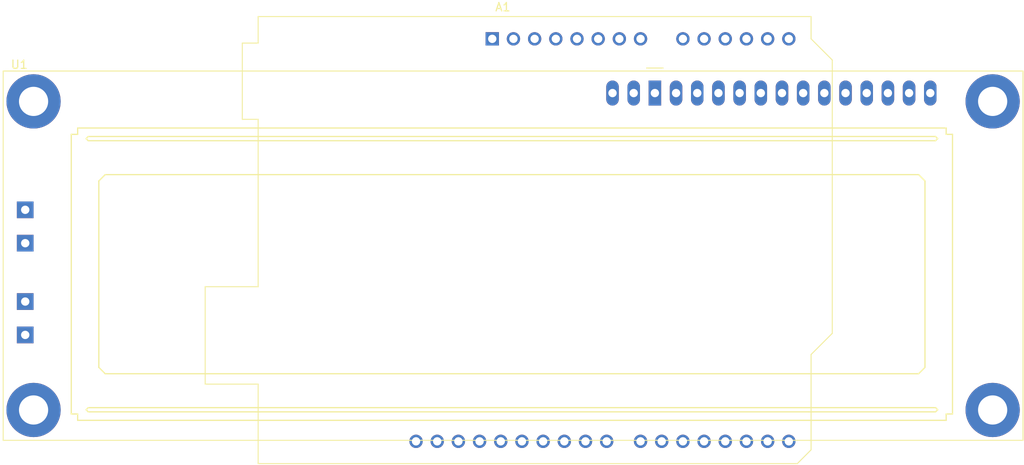
<source format=kicad_pcb>
(kicad_pcb (version 20211014) (generator pcbnew)
  (layers (0 "F.Cu" signal) (31 "B.Cu" signal) (34 "B.Paste" user) (35 "F.Paste" user) (36 "B.SilkS" user "B.Silkscreen") (37 "F.SilkS" user "F.Silkscreen") (38 "B.Mask" user) (39 "F.Mask" user) (44 "Edge.Cuts" user))
  (net 0 "")
  (footprint "Module:Arduino_UNO_R3" (layer "F.Cu") (at 134 50)
    (fp_text reference "A1" (at 1.27 -3.81 180) (layer "F.SilkS"))
    (fp_text value "Arduino_UNO_R3")
    (fp_line (start 38.23 -2.67) (end -28.07 -2.67) (layer "F.SilkS") (width 0.12))
    (fp_line (start -28.07 0.51) (end -29.97 0.51) (layer "F.SilkS") (width 0.12))
    (fp_line (start -34.42 41.4) (end -28.07 41.4) (layer "F.SilkS") (width 0.12))
    (fp_line (start -28.07 29.72) (end -34.42 29.72) (layer "F.SilkS") (width 0.12))
    (fp_line (start 38.23 37.85) (end 40.77 35.31) (layer "F.SilkS") (width 0.12))
    (fp_line (start -29.97 9.65) (end -28.07 9.65) (layer "F.SilkS") (width 0.12))
    (fp_line (start -28.07 50.93) (end 36.58 50.93) (layer "F.SilkS") (width 0.12))
    (fp_line (start 38.23 0) (end 38.23 -2.67) (layer "F.SilkS") (width 0.12))
    (fp_line (start -29.97 0.51) (end -29.97 9.65) (layer "F.SilkS") (width 0.12))
    (fp_line (start 38.23 49.28) (end 38.23 37.85) (layer "F.SilkS") (width 0.12))
    (fp_line (start 40.77 35.31) (end 40.77 2.54) (layer "F.SilkS") (width 0.12))
    (fp_line (start -28.07 -2.67) (end -28.07 0.51) (layer "F.SilkS") (width 0.12))
    (fp_line (start 36.58 50.93) (end 38.23 49.28) (layer "F.SilkS") (width 0.12))
    (fp_line (start 40.77 2.54) (end 38.23 0) (layer "F.SilkS") (width 0.12))
    (fp_line (start -28.07 9.65) (end -28.07 29.72) (layer "F.SilkS") (width 0.12))
    (fp_line (start -28.07 41.4) (end -28.07 50.93) (layer "F.SilkS") (width 0.12))
    (fp_line (start -34.42 29.72) (end -34.42 41.4) (layer "F.SilkS") (width 0.12))
    (pad "1" thru_hole rect (at 0 0 90) (size 1.6 1.6) (drill 1) (layers *.Cu *.Mask))
    (pad "2" thru_hole oval (at 2.54 0 90) (size 1.6 1.6) (drill 1) (layers *.Cu *.Mask))
    (pad "3" thru_hole oval (at 5.08 0 90) (size 1.6 1.6) (drill 1) (layers *.Cu *.Mask))
    (pad "4" thru_hole oval (at 7.62 0 90) (size 1.6 1.6) (drill 1) (layers *.Cu *.Mask))
    (pad "5" thru_hole oval (at 10.16 0 90) (size 1.6 1.6) (drill 1) (layers *.Cu *.Mask))
    (pad "6" thru_hole oval (at 12.7 0 90) (size 1.6 1.6) (drill 1) (layers *.Cu *.Mask))
    (pad "7" thru_hole oval (at 15.24 0 90) (size 1.6 1.6) (drill 1) (layers *.Cu *.Mask))
    (pad "8" thru_hole oval (at 17.78 0 90) (size 1.6 1.6) (drill 1) (layers *.Cu *.Mask))
    (pad "9" thru_hole oval (at 22.86 0 90) (size 1.6 1.6) (drill 1) (layers *.Cu *.Mask))
    (pad "10" thru_hole oval (at 25.4 0 90) (size 1.6 1.6) (drill 1) (layers *.Cu *.Mask))
    (pad "11" thru_hole oval (at 27.94 0 90) (size 1.6 1.6) (drill 1) (layers *.Cu *.Mask))
    (pad "12" thru_hole oval (at 30.48 0 90) (size 1.6 1.6) (drill 1) (layers *.Cu *.Mask))
    (pad "13" thru_hole oval (at 33.02 0 90) (size 1.6 1.6) (drill 1) (layers *.Cu *.Mask))
    (pad "14" thru_hole oval (at 35.56 0 90) (size 1.6 1.6) (drill 1) (layers *.Cu *.Mask))
    (pad "15" thru_hole oval (at 35.56 48.26 90) (size 1.6 1.6) (drill 1) (layers *.Cu *.Mask))
    (pad "16" thru_hole oval (at 33.02 48.26 90) (size 1.6 1.6) (drill 1) (layers *.Cu *.Mask))
    (pad "17" thru_hole oval (at 30.48 48.26 90) (size 1.6 1.6) (drill 1) (layers *.Cu *.Mask))
    (pad "18" thru_hole oval (at 27.94 48.26 90) (size 1.6 1.6) (drill 1) (layers *.Cu *.Mask))
    (pad "19" thru_hole oval (at 25.4 48.26 90) (size 1.6 1.6) (drill 1) (layers *.Cu *.Mask))
    (pad "20" thru_hole oval (at 22.86 48.26 90) (size 1.6 1.6) (drill 1) (layers *.Cu *.Mask))
    (pad "21" thru_hole oval (at 20.32 48.26 90) (size 1.6 1.6) (drill 1) (layers *.Cu *.Mask))
    (pad "22" thru_hole oval (at 17.78 48.26 90) (size 1.6 1.6) (drill 1) (layers *.Cu *.Mask))
    (pad "23" thru_hole oval (at 13.72 48.26 90) (size 1.6 1.6) (drill 1) (layers *.Cu *.Mask))
    (pad "24" thru_hole oval (at 11.18 48.26 90) (size 1.6 1.6) (drill 1) (layers *.Cu *.Mask))
    (pad "25" thru_hole oval (at 8.64 48.26 90) (size 1.6 1.6) (drill 1) (layers *.Cu *.Mask))
    (pad "26" thru_hole oval (at 6.1 48.26 90) (size 1.6 1.6) (drill 1) (layers *.Cu *.Mask))
    (pad "27" thru_hole oval (at 3.56 48.26 90) (size 1.6 1.6) (drill 1) (layers *.Cu *.Mask))
    (pad "28" thru_hole oval (at 1.02 48.26 90) (size 1.6 1.6) (drill 1) (layers *.Cu *.Mask))
    (pad "29" thru_hole oval (at -1.52 48.26 90) (size 1.6 1.6) (drill 1) (layers *.Cu *.Mask))
    (pad "30" thru_hole oval (at -4.06 48.26 90) (size 1.6 1.6) (drill 1) (layers *.Cu *.Mask))
    (pad "31" thru_hole oval (at -6.6 48.26 90) (size 1.6 1.6) (drill 1) (layers *.Cu *.Mask))
    (pad "32" thru_hole oval (at -9.14 48.26 90) (size 1.6 1.6) (drill 1) (layers *.Cu *.Mask))
  )
  (footprint "Display:LCD-016N002L" (layer "F.Cu") (at 153.5 56.5)
    (fp_text reference "U1" (at -76.21 -3.41 180) (layer "F.SilkS"))
    (fp_text value "LCD-016N002L")
    (fp_line (start 31.623 9.779) (end 32.385 10.541) (layer "F.SilkS") (width 0.15))
    (fp_line (start 33.655 5.207) (end 33.909 5.461) (layer "F.SilkS") (width 0.15))
    (fp_line (start -66.675 10.541) (end -65.913 9.779) (layer "F.SilkS") (width 0.15))
    (fp_line (start 44.14 -2.64) (end 44.14 41.64) (layer "F.SilkS") (width 0.12))
    (fp_line (start 33.655 5.207) (end -67.945 5.207) (layer "F.SilkS") (width 0.15))
    (fp_line (start -78.14 -2.64) (end -78.14 41.64) (layer "F.SilkS") (width 0.12))
    (fp_line (start -69.215 4.953) (end -69.977 4.953) (layer "F.SilkS") (width 0.15))
    (fp_line (start 31.623 33.655) (end -65.913 33.655) (layer "F.SilkS") (width 0.15))
    (fp_line (start 34.925 4.953) (end 35.687 4.953) (layer "F.SilkS") (width 0.15))
    (fp_line (start -67.945 37.719) (end -68.199 37.973) (layer "F.SilkS") (width 0.15))
    (fp_line (start -68.199 37.973) (end -67.945 38.227) (layer "F.SilkS") (width 0.15))
    (fp_line (start 33.655 37.719) (end -67.945 37.719) (layer "F.SilkS") (width 0.15))
    (fp_line (start 33.909 37.973) (end 33.655 37.719) (layer "F.SilkS") (width 0.15))
    (fp_line (start -69.977 4.953) (end -69.977 38.481) (layer "F.SilkS") (width 0.15))
    (fp_line (start -66.675 32.893) (end -66.675 10.541) (layer "F.SilkS") (width 0.15))
    (fp_line (start -69.215 39.243) (end 34.925 39.243) (layer "F.SilkS") (width 0.15))
    (fp_line (start 32.385 10.541) (end 32.385 32.893) (layer "F.SilkS") (width 0.15))
    (fp_line (start 44.14 -2.64) (end -78.14 -2.64) (layer "F.SilkS") (width 0.12))
    (fp_line (start -65.913 9.779) (end 31.623 9.779) (layer "F.SilkS") (width 0.15))
    (fp_line (start 34.925 4.191) (end 34.925 4.953) (layer "F.SilkS") (width 0.15))
    (fp_line (start 33.909 5.461) (end 33.655 5.715) (layer "F.SilkS") (width 0.15))
    (fp_line (start 33.655 38.227) (end 33.909 37.973) (layer "F.SilkS") (width 0.15))
    (fp_line (start -69.215 38.481) (end -69.977 38.481) (layer "F.SilkS") (width 0.15))
    (fp_line (start -69.215 39.243) (end -69.215 38.481) (layer "F.SilkS") (width 0.15))
    (fp_line (start 35.687 38.481) (end 34.925 38.481) (layer "F.SilkS") (width 0.15))
    (fp_line (start -67.945 5.715) (end 33.655 5.715) (layer "F.SilkS") (width 0.15))
    (fp_line (start 34.925 4.191) (end -69.215 4.191) (layer "F.SilkS") (width 0.15))
    (fp_line (start -65.913 33.655) (end -66.675 32.893) (layer "F.SilkS") (width 0.15))
    (fp_line (start -68.199 5.461) (end -67.945 5.715) (layer "F.SilkS") (width 0.15))
    (fp_line (start -78.14 41.64) (end 44.14 41.64) (layer "F.SilkS") (width 0.12))
    (fp_line (start -1 -3) (end 1 -3) (layer "F.SilkS") (width 0.12))
    (fp_line (start -69.215 4.191) (end -69.215 4.953) (layer "F.SilkS") (width 0.15))
    (fp_line (start 35.687 38.481) (end 35.687 4.953) (layer "F.SilkS") (width 0.15))
    (fp_line (start -67.945 5.207) (end -68.199 5.461) (layer "F.SilkS") (width 0.15))
    (fp_line (start 32.385 32.893) (end 31.623 33.655) (layer "F.SilkS") (width 0.15))
    (fp_line (start 34.925 38.481) (end 34.925 39.243) (layer "F.SilkS") (width 0.15))
    (fp_line (start -67.945 38.227) (end 33.655 38.227) (layer "F.SilkS") (width 0.15))
    (pad "" thru_hole circle (at -74.5 38 180) (size 6.5 6.5) (drill 3.5) (layers *.Cu *.Mask))
    (pad "" thru_hole circle (at 40.5 1 180) (size 6.5 6.5) (drill 3.5) (layers *.Cu *.Mask))
    (pad "" thru_hole circle (at -74.5 1 180) (size 6.5 6.5) (drill 3.5) (layers *.Cu *.Mask))
    (pad "" thru_hole circle (at 40.5 38 180) (size 6.5 6.5) (drill 3.5) (layers *.Cu *.Mask))
    (pad "1" thru_hole rect (at 0 0 180) (size 1.5 3) (drill 1) (layers *.Cu *.Mask))
    (pad "2" thru_hole oval (at 2.54 0 180) (size 1.5 3) (drill 1) (layers *.Cu *.Mask))
    (pad "3" thru_hole oval (at 5.08 0 180) (size 1.5 3) (drill 1) (layers *.Cu *.Mask))
    (pad "4" thru_hole oval (at 7.62 0 180) (size 1.5 3) (drill 1) (layers *.Cu *.Mask))
    (pad "5" thru_hole oval (at 10.16 0 180) (size 1.5 3) (drill 1) (layers *.Cu *.Mask))
    (pad "6" thru_hole oval (at 12.7 0 180) (size 1.5 3) (drill 1) (layers *.Cu *.Mask))
    (pad "7" thru_hole oval (at 15.24 0 180) (size 1.5 3) (drill 1) (layers *.Cu *.Mask))
    (pad "8" thru_hole oval (at 17.78 0 180) (size 1.5 3) (drill 1) (layers *.Cu *.Mask))
    (pad "9" thru_hole oval (at 20.32 0 180) (size 1.5 3) (drill 1) (layers *.Cu *.Mask))
    (pad "10" thru_hole oval (at 22.86 0 180) (size 1.5 3) (drill 1) (layers *.Cu *.Mask))
    (pad "11" thru_hole oval (at 25.4 0 180) (size 1.5 3) (drill 1) (layers *.Cu *.Mask))
    (pad "12" thru_hole oval (at 27.94 0 180) (size 1.5 3) (drill 1) (layers *.Cu *.Mask))
    (pad "13" thru_hole oval (at 30.48 0 180) (size 1.5 3) (drill 1) (layers *.Cu *.Mask))
    (pad "14" thru_hole oval (at 33.02 0 180) (size 1.5 3) (drill 1) (layers *.Cu *.Mask))
    (pad "15" thru_hole oval (at -2.54 0 180) (size 1.5 3) (drill 1) (layers *.Cu *.Mask))
    (pad "16" thru_hole oval (at -5.08 0 180) (size 1.5 3) (drill 1) (layers *.Cu *.Mask))
    (pad "A1" thru_hole rect (at -75.5 14 180) (size 2 2) (drill 1) (layers *.Cu *.Mask))
    (pad "A2" thru_hole rect (at -75.5 25 180) (size 2 2) (drill 1) (layers *.Cu *.Mask))
    (pad "K1" thru_hole rect (at -75.5 18 180) (size 2 2) (drill 1) (layers *.Cu *.Mask))
    (pad "K2" thru_hole rect (at -75.5 29 180) (size 2 2) (drill 1) (layers *.Cu *.Mask))
  )
)
</source>
